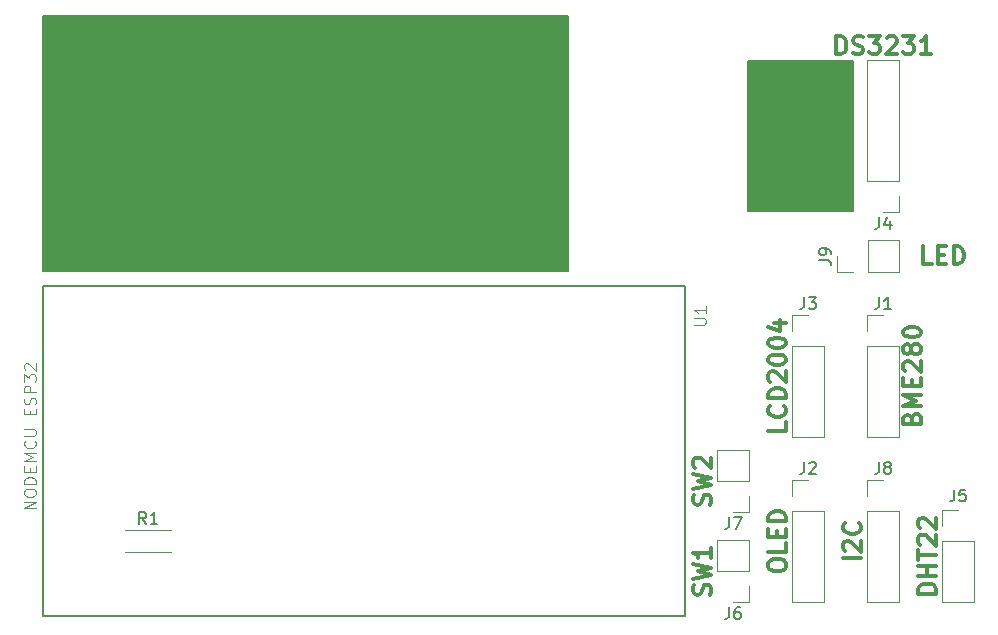
<source format=gbr>
G04 #@! TF.GenerationSoftware,KiCad,Pcbnew,(5.0.1)-4*
G04 #@! TF.CreationDate,2019-04-17T16:34:36+02:00*
G04 #@! TF.ProjectId,esp32roomlabel,6573703332726F6F6D6C6162656C2E6B,rev?*
G04 #@! TF.SameCoordinates,Original*
G04 #@! TF.FileFunction,Legend,Top*
G04 #@! TF.FilePolarity,Positive*
%FSLAX46Y46*%
G04 Gerber Fmt 4.6, Leading zero omitted, Abs format (unit mm)*
G04 Created by KiCad (PCBNEW (5.0.1)-4) date 17.04.2019 16:34:36*
%MOMM*%
%LPD*%
G01*
G04 APERTURE LIST*
%ADD10C,0.300000*%
%ADD11C,0.150000*%
%ADD12C,0.127000*%
%ADD13C,0.120000*%
%ADD14C,0.050000*%
G04 APERTURE END LIST*
D10*
X134028571Y-123384285D02*
X132528571Y-123384285D01*
X132671428Y-122741428D02*
X132600000Y-122670000D01*
X132528571Y-122527142D01*
X132528571Y-122170000D01*
X132600000Y-122027142D01*
X132671428Y-121955714D01*
X132814285Y-121884285D01*
X132957142Y-121884285D01*
X133171428Y-121955714D01*
X134028571Y-122812857D01*
X134028571Y-121884285D01*
X133885714Y-120384285D02*
X133957142Y-120455714D01*
X134028571Y-120670000D01*
X134028571Y-120812857D01*
X133957142Y-121027142D01*
X133814285Y-121170000D01*
X133671428Y-121241428D01*
X133385714Y-121312857D01*
X133171428Y-121312857D01*
X132885714Y-121241428D01*
X132742857Y-121170000D01*
X132600000Y-121027142D01*
X132528571Y-120812857D01*
X132528571Y-120670000D01*
X132600000Y-120455714D01*
X132671428Y-120384285D01*
X126178571Y-124098571D02*
X126178571Y-123812857D01*
X126250000Y-123670000D01*
X126392857Y-123527142D01*
X126678571Y-123455714D01*
X127178571Y-123455714D01*
X127464285Y-123527142D01*
X127607142Y-123670000D01*
X127678571Y-123812857D01*
X127678571Y-124098571D01*
X127607142Y-124241428D01*
X127464285Y-124384285D01*
X127178571Y-124455714D01*
X126678571Y-124455714D01*
X126392857Y-124384285D01*
X126250000Y-124241428D01*
X126178571Y-124098571D01*
X127678571Y-122098571D02*
X127678571Y-122812857D01*
X126178571Y-122812857D01*
X126892857Y-121598571D02*
X126892857Y-121098571D01*
X127678571Y-120884285D02*
X127678571Y-121598571D01*
X126178571Y-121598571D01*
X126178571Y-120884285D01*
X127678571Y-120241428D02*
X126178571Y-120241428D01*
X126178571Y-119884285D01*
X126250000Y-119670000D01*
X126392857Y-119527142D01*
X126535714Y-119455714D01*
X126821428Y-119384285D01*
X127035714Y-119384285D01*
X127321428Y-119455714D01*
X127464285Y-119527142D01*
X127607142Y-119670000D01*
X127678571Y-119884285D01*
X127678571Y-120241428D01*
X140378571Y-126368571D02*
X138878571Y-126368571D01*
X138878571Y-126011428D01*
X138950000Y-125797142D01*
X139092857Y-125654285D01*
X139235714Y-125582857D01*
X139521428Y-125511428D01*
X139735714Y-125511428D01*
X140021428Y-125582857D01*
X140164285Y-125654285D01*
X140307142Y-125797142D01*
X140378571Y-126011428D01*
X140378571Y-126368571D01*
X140378571Y-124868571D02*
X138878571Y-124868571D01*
X139592857Y-124868571D02*
X139592857Y-124011428D01*
X140378571Y-124011428D02*
X138878571Y-124011428D01*
X138878571Y-123511428D02*
X138878571Y-122654285D01*
X140378571Y-123082857D02*
X138878571Y-123082857D01*
X139021428Y-122225714D02*
X138950000Y-122154285D01*
X138878571Y-122011428D01*
X138878571Y-121654285D01*
X138950000Y-121511428D01*
X139021428Y-121440000D01*
X139164285Y-121368571D01*
X139307142Y-121368571D01*
X139521428Y-121440000D01*
X140378571Y-122297142D01*
X140378571Y-121368571D01*
X139021428Y-120797142D02*
X138950000Y-120725714D01*
X138878571Y-120582857D01*
X138878571Y-120225714D01*
X138950000Y-120082857D01*
X139021428Y-120011428D01*
X139164285Y-119940000D01*
X139307142Y-119940000D01*
X139521428Y-120011428D01*
X140378571Y-120868571D01*
X140378571Y-119940000D01*
X121257142Y-118840000D02*
X121328571Y-118625714D01*
X121328571Y-118268571D01*
X121257142Y-118125714D01*
X121185714Y-118054285D01*
X121042857Y-117982857D01*
X120900000Y-117982857D01*
X120757142Y-118054285D01*
X120685714Y-118125714D01*
X120614285Y-118268571D01*
X120542857Y-118554285D01*
X120471428Y-118697142D01*
X120400000Y-118768571D01*
X120257142Y-118840000D01*
X120114285Y-118840000D01*
X119971428Y-118768571D01*
X119900000Y-118697142D01*
X119828571Y-118554285D01*
X119828571Y-118197142D01*
X119900000Y-117982857D01*
X119828571Y-117482857D02*
X121328571Y-117125714D01*
X120257142Y-116840000D01*
X121328571Y-116554285D01*
X119828571Y-116197142D01*
X119971428Y-115697142D02*
X119900000Y-115625714D01*
X119828571Y-115482857D01*
X119828571Y-115125714D01*
X119900000Y-114982857D01*
X119971428Y-114911428D01*
X120114285Y-114840000D01*
X120257142Y-114840000D01*
X120471428Y-114911428D01*
X121328571Y-115768571D01*
X121328571Y-114840000D01*
X121257142Y-126460000D02*
X121328571Y-126245714D01*
X121328571Y-125888571D01*
X121257142Y-125745714D01*
X121185714Y-125674285D01*
X121042857Y-125602857D01*
X120900000Y-125602857D01*
X120757142Y-125674285D01*
X120685714Y-125745714D01*
X120614285Y-125888571D01*
X120542857Y-126174285D01*
X120471428Y-126317142D01*
X120400000Y-126388571D01*
X120257142Y-126460000D01*
X120114285Y-126460000D01*
X119971428Y-126388571D01*
X119900000Y-126317142D01*
X119828571Y-126174285D01*
X119828571Y-125817142D01*
X119900000Y-125602857D01*
X119828571Y-125102857D02*
X121328571Y-124745714D01*
X120257142Y-124460000D01*
X121328571Y-124174285D01*
X119828571Y-123817142D01*
X121328571Y-122460000D02*
X121328571Y-123317142D01*
X121328571Y-122888571D02*
X119828571Y-122888571D01*
X120042857Y-123031428D01*
X120185714Y-123174285D01*
X120257142Y-123317142D01*
X127678571Y-111842857D02*
X127678571Y-112557142D01*
X126178571Y-112557142D01*
X127535714Y-110485714D02*
X127607142Y-110557142D01*
X127678571Y-110771428D01*
X127678571Y-110914285D01*
X127607142Y-111128571D01*
X127464285Y-111271428D01*
X127321428Y-111342857D01*
X127035714Y-111414285D01*
X126821428Y-111414285D01*
X126535714Y-111342857D01*
X126392857Y-111271428D01*
X126250000Y-111128571D01*
X126178571Y-110914285D01*
X126178571Y-110771428D01*
X126250000Y-110557142D01*
X126321428Y-110485714D01*
X127678571Y-109842857D02*
X126178571Y-109842857D01*
X126178571Y-109485714D01*
X126250000Y-109271428D01*
X126392857Y-109128571D01*
X126535714Y-109057142D01*
X126821428Y-108985714D01*
X127035714Y-108985714D01*
X127321428Y-109057142D01*
X127464285Y-109128571D01*
X127607142Y-109271428D01*
X127678571Y-109485714D01*
X127678571Y-109842857D01*
X126321428Y-108414285D02*
X126250000Y-108342857D01*
X126178571Y-108200000D01*
X126178571Y-107842857D01*
X126250000Y-107700000D01*
X126321428Y-107628571D01*
X126464285Y-107557142D01*
X126607142Y-107557142D01*
X126821428Y-107628571D01*
X127678571Y-108485714D01*
X127678571Y-107557142D01*
X126178571Y-106628571D02*
X126178571Y-106485714D01*
X126250000Y-106342857D01*
X126321428Y-106271428D01*
X126464285Y-106200000D01*
X126750000Y-106128571D01*
X127107142Y-106128571D01*
X127392857Y-106200000D01*
X127535714Y-106271428D01*
X127607142Y-106342857D01*
X127678571Y-106485714D01*
X127678571Y-106628571D01*
X127607142Y-106771428D01*
X127535714Y-106842857D01*
X127392857Y-106914285D01*
X127107142Y-106985714D01*
X126750000Y-106985714D01*
X126464285Y-106914285D01*
X126321428Y-106842857D01*
X126250000Y-106771428D01*
X126178571Y-106628571D01*
X126178571Y-105200000D02*
X126178571Y-105057142D01*
X126250000Y-104914285D01*
X126321428Y-104842857D01*
X126464285Y-104771428D01*
X126750000Y-104700000D01*
X127107142Y-104700000D01*
X127392857Y-104771428D01*
X127535714Y-104842857D01*
X127607142Y-104914285D01*
X127678571Y-105057142D01*
X127678571Y-105200000D01*
X127607142Y-105342857D01*
X127535714Y-105414285D01*
X127392857Y-105485714D01*
X127107142Y-105557142D01*
X126750000Y-105557142D01*
X126464285Y-105485714D01*
X126321428Y-105414285D01*
X126250000Y-105342857D01*
X126178571Y-105200000D01*
X126678571Y-103414285D02*
X127678571Y-103414285D01*
X126107142Y-103771428D02*
X127178571Y-104128571D01*
X127178571Y-103200000D01*
X138322857Y-111521428D02*
X138394285Y-111307142D01*
X138465714Y-111235714D01*
X138608571Y-111164285D01*
X138822857Y-111164285D01*
X138965714Y-111235714D01*
X139037142Y-111307142D01*
X139108571Y-111450000D01*
X139108571Y-112021428D01*
X137608571Y-112021428D01*
X137608571Y-111521428D01*
X137680000Y-111378571D01*
X137751428Y-111307142D01*
X137894285Y-111235714D01*
X138037142Y-111235714D01*
X138180000Y-111307142D01*
X138251428Y-111378571D01*
X138322857Y-111521428D01*
X138322857Y-112021428D01*
X139108571Y-110521428D02*
X137608571Y-110521428D01*
X138680000Y-110021428D01*
X137608571Y-109521428D01*
X139108571Y-109521428D01*
X138322857Y-108807142D02*
X138322857Y-108307142D01*
X139108571Y-108092857D02*
X139108571Y-108807142D01*
X137608571Y-108807142D01*
X137608571Y-108092857D01*
X137751428Y-107521428D02*
X137680000Y-107450000D01*
X137608571Y-107307142D01*
X137608571Y-106950000D01*
X137680000Y-106807142D01*
X137751428Y-106735714D01*
X137894285Y-106664285D01*
X138037142Y-106664285D01*
X138251428Y-106735714D01*
X139108571Y-107592857D01*
X139108571Y-106664285D01*
X138251428Y-105807142D02*
X138180000Y-105950000D01*
X138108571Y-106021428D01*
X137965714Y-106092857D01*
X137894285Y-106092857D01*
X137751428Y-106021428D01*
X137680000Y-105950000D01*
X137608571Y-105807142D01*
X137608571Y-105521428D01*
X137680000Y-105378571D01*
X137751428Y-105307142D01*
X137894285Y-105235714D01*
X137965714Y-105235714D01*
X138108571Y-105307142D01*
X138180000Y-105378571D01*
X138251428Y-105521428D01*
X138251428Y-105807142D01*
X138322857Y-105950000D01*
X138394285Y-106021428D01*
X138537142Y-106092857D01*
X138822857Y-106092857D01*
X138965714Y-106021428D01*
X139037142Y-105950000D01*
X139108571Y-105807142D01*
X139108571Y-105521428D01*
X139037142Y-105378571D01*
X138965714Y-105307142D01*
X138822857Y-105235714D01*
X138537142Y-105235714D01*
X138394285Y-105307142D01*
X138322857Y-105378571D01*
X138251428Y-105521428D01*
X137608571Y-104307142D02*
X137608571Y-104164285D01*
X137680000Y-104021428D01*
X137751428Y-103950000D01*
X137894285Y-103878571D01*
X138180000Y-103807142D01*
X138537142Y-103807142D01*
X138822857Y-103878571D01*
X138965714Y-103950000D01*
X139037142Y-104021428D01*
X139108571Y-104164285D01*
X139108571Y-104307142D01*
X139037142Y-104450000D01*
X138965714Y-104521428D01*
X138822857Y-104592857D01*
X138537142Y-104664285D01*
X138180000Y-104664285D01*
X137894285Y-104592857D01*
X137751428Y-104521428D01*
X137680000Y-104450000D01*
X137608571Y-104307142D01*
X140005714Y-98468571D02*
X139291428Y-98468571D01*
X139291428Y-96968571D01*
X140505714Y-97682857D02*
X141005714Y-97682857D01*
X141220000Y-98468571D02*
X140505714Y-98468571D01*
X140505714Y-96968571D01*
X141220000Y-96968571D01*
X141862857Y-98468571D02*
X141862857Y-96968571D01*
X142220000Y-96968571D01*
X142434285Y-97040000D01*
X142577142Y-97182857D01*
X142648571Y-97325714D01*
X142720000Y-97611428D01*
X142720000Y-97825714D01*
X142648571Y-98111428D01*
X142577142Y-98254285D01*
X142434285Y-98397142D01*
X142220000Y-98468571D01*
X141862857Y-98468571D01*
X131925714Y-80688571D02*
X131925714Y-79188571D01*
X132282857Y-79188571D01*
X132497142Y-79260000D01*
X132640000Y-79402857D01*
X132711428Y-79545714D01*
X132782857Y-79831428D01*
X132782857Y-80045714D01*
X132711428Y-80331428D01*
X132640000Y-80474285D01*
X132497142Y-80617142D01*
X132282857Y-80688571D01*
X131925714Y-80688571D01*
X133354285Y-80617142D02*
X133568571Y-80688571D01*
X133925714Y-80688571D01*
X134068571Y-80617142D01*
X134140000Y-80545714D01*
X134211428Y-80402857D01*
X134211428Y-80260000D01*
X134140000Y-80117142D01*
X134068571Y-80045714D01*
X133925714Y-79974285D01*
X133640000Y-79902857D01*
X133497142Y-79831428D01*
X133425714Y-79760000D01*
X133354285Y-79617142D01*
X133354285Y-79474285D01*
X133425714Y-79331428D01*
X133497142Y-79260000D01*
X133640000Y-79188571D01*
X133997142Y-79188571D01*
X134211428Y-79260000D01*
X134711428Y-79188571D02*
X135640000Y-79188571D01*
X135140000Y-79760000D01*
X135354285Y-79760000D01*
X135497142Y-79831428D01*
X135568571Y-79902857D01*
X135640000Y-80045714D01*
X135640000Y-80402857D01*
X135568571Y-80545714D01*
X135497142Y-80617142D01*
X135354285Y-80688571D01*
X134925714Y-80688571D01*
X134782857Y-80617142D01*
X134711428Y-80545714D01*
X136211428Y-79331428D02*
X136282857Y-79260000D01*
X136425714Y-79188571D01*
X136782857Y-79188571D01*
X136925714Y-79260000D01*
X136997142Y-79331428D01*
X137068571Y-79474285D01*
X137068571Y-79617142D01*
X136997142Y-79831428D01*
X136140000Y-80688571D01*
X137068571Y-80688571D01*
X137568571Y-79188571D02*
X138497142Y-79188571D01*
X137997142Y-79760000D01*
X138211428Y-79760000D01*
X138354285Y-79831428D01*
X138425714Y-79902857D01*
X138497142Y-80045714D01*
X138497142Y-80402857D01*
X138425714Y-80545714D01*
X138354285Y-80617142D01*
X138211428Y-80688571D01*
X137782857Y-80688571D01*
X137640000Y-80617142D01*
X137568571Y-80545714D01*
X139925714Y-80688571D02*
X139068571Y-80688571D01*
X139497142Y-80688571D02*
X139497142Y-79188571D01*
X139354285Y-79402857D01*
X139211428Y-79545714D01*
X139068571Y-79617142D01*
D11*
G36*
X133350000Y-81280000D02*
X124460000Y-81280000D01*
X124460000Y-93980000D01*
X133350000Y-93980000D01*
X133350000Y-81280000D01*
G37*
X133350000Y-81280000D02*
X124460000Y-81280000D01*
X124460000Y-93980000D01*
X133350000Y-93980000D01*
X133350000Y-81280000D01*
G36*
X64770000Y-99060000D02*
X109220000Y-99060000D01*
X109220000Y-77470000D01*
X64770000Y-77470000D01*
X64770000Y-99060000D01*
G37*
X64770000Y-99060000D02*
X109220000Y-99060000D01*
X109220000Y-77470000D01*
X64770000Y-77470000D01*
X64770000Y-99060000D01*
D12*
G04 #@! TO.C,U1*
X64750000Y-128250000D02*
X64750000Y-100350000D01*
X119150000Y-128250000D02*
X64750000Y-128250000D01*
X119150000Y-100350000D02*
X119150000Y-128250000D01*
X64750000Y-100350000D02*
X119150000Y-100350000D01*
D13*
G04 #@! TO.C,J1*
X134560000Y-102810000D02*
X135890000Y-102810000D01*
X134560000Y-104140000D02*
X134560000Y-102810000D01*
X134560000Y-105410000D02*
X137220000Y-105410000D01*
X137220000Y-105410000D02*
X137220000Y-113090000D01*
X134560000Y-105410000D02*
X134560000Y-113090000D01*
X134560000Y-113090000D02*
X137220000Y-113090000D01*
G04 #@! TO.C,J2*
X128210000Y-116780000D02*
X129540000Y-116780000D01*
X128210000Y-118110000D02*
X128210000Y-116780000D01*
X128210000Y-119380000D02*
X130870000Y-119380000D01*
X130870000Y-119380000D02*
X130870000Y-127060000D01*
X128210000Y-119380000D02*
X128210000Y-127060000D01*
X128210000Y-127060000D02*
X130870000Y-127060000D01*
G04 #@! TO.C,J3*
X128210000Y-102810000D02*
X129540000Y-102810000D01*
X128210000Y-104140000D02*
X128210000Y-102810000D01*
X128210000Y-105410000D02*
X130870000Y-105410000D01*
X130870000Y-105410000D02*
X130870000Y-113090000D01*
X128210000Y-105410000D02*
X128210000Y-113090000D01*
X128210000Y-113090000D02*
X130870000Y-113090000D01*
G04 #@! TO.C,J4*
X137220000Y-94040000D02*
X135890000Y-94040000D01*
X137220000Y-92710000D02*
X137220000Y-94040000D01*
X137220000Y-91440000D02*
X134560000Y-91440000D01*
X134560000Y-91440000D02*
X134560000Y-81220000D01*
X137220000Y-91440000D02*
X137220000Y-81220000D01*
X137220000Y-81220000D02*
X134560000Y-81220000D01*
G04 #@! TO.C,J5*
X140910000Y-119320000D02*
X142240000Y-119320000D01*
X140910000Y-120650000D02*
X140910000Y-119320000D01*
X140910000Y-121920000D02*
X143570000Y-121920000D01*
X143570000Y-121920000D02*
X143570000Y-127060000D01*
X140910000Y-121920000D02*
X140910000Y-127060000D01*
X140910000Y-127060000D02*
X143570000Y-127060000D01*
G04 #@! TO.C,J6*
X124520000Y-127060000D02*
X123190000Y-127060000D01*
X124520000Y-125730000D02*
X124520000Y-127060000D01*
X124520000Y-124460000D02*
X121860000Y-124460000D01*
X121860000Y-124460000D02*
X121860000Y-121860000D01*
X124520000Y-124460000D02*
X124520000Y-121860000D01*
X124520000Y-121860000D02*
X121860000Y-121860000D01*
G04 #@! TO.C,J7*
X124520000Y-119440000D02*
X123190000Y-119440000D01*
X124520000Y-118110000D02*
X124520000Y-119440000D01*
X124520000Y-116840000D02*
X121860000Y-116840000D01*
X121860000Y-116840000D02*
X121860000Y-114240000D01*
X124520000Y-116840000D02*
X124520000Y-114240000D01*
X124520000Y-114240000D02*
X121860000Y-114240000D01*
G04 #@! TO.C,J8*
X134560000Y-116780000D02*
X135890000Y-116780000D01*
X134560000Y-118110000D02*
X134560000Y-116780000D01*
X134560000Y-119380000D02*
X137220000Y-119380000D01*
X137220000Y-119380000D02*
X137220000Y-127060000D01*
X134560000Y-119380000D02*
X134560000Y-127060000D01*
X134560000Y-127060000D02*
X137220000Y-127060000D01*
G04 #@! TO.C,J9*
X132020000Y-99120000D02*
X132020000Y-97790000D01*
X133350000Y-99120000D02*
X132020000Y-99120000D01*
X134620000Y-99120000D02*
X134620000Y-96460000D01*
X134620000Y-96460000D02*
X137220000Y-96460000D01*
X134620000Y-99120000D02*
X137220000Y-99120000D01*
X137220000Y-99120000D02*
X137220000Y-96460000D01*
G04 #@! TO.C,R1*
X71740000Y-122840000D02*
X75580000Y-122840000D01*
X71740000Y-121000000D02*
X75580000Y-121000000D01*
G04 #@! TO.C,U1*
D14*
X119898167Y-103597801D02*
X120708006Y-103597801D01*
X120803282Y-103550164D01*
X120850919Y-103502526D01*
X120898557Y-103407251D01*
X120898557Y-103216700D01*
X120850919Y-103121425D01*
X120803282Y-103073788D01*
X120708006Y-103026150D01*
X119898167Y-103026150D01*
X120898557Y-102025760D02*
X120898557Y-102597411D01*
X120898557Y-102311586D02*
X119898167Y-102311586D01*
X120041080Y-102406861D01*
X120136355Y-102502136D01*
X120183993Y-102597411D01*
X64158355Y-119155472D02*
X63157305Y-119155472D01*
X64158355Y-118583444D01*
X63157305Y-118583444D01*
X63157305Y-117916077D02*
X63157305Y-117725401D01*
X63204975Y-117630063D01*
X63300313Y-117534725D01*
X63490989Y-117487055D01*
X63824672Y-117487055D01*
X64015348Y-117534725D01*
X64110686Y-117630063D01*
X64158355Y-117725401D01*
X64158355Y-117916077D01*
X64110686Y-118011415D01*
X64015348Y-118106753D01*
X63824672Y-118154422D01*
X63490989Y-118154422D01*
X63300313Y-118106753D01*
X63204975Y-118011415D01*
X63157305Y-117916077D01*
X64158355Y-117058034D02*
X63157305Y-117058034D01*
X63157305Y-116819689D01*
X63204975Y-116676682D01*
X63300313Y-116581344D01*
X63395651Y-116533675D01*
X63586327Y-116486005D01*
X63729334Y-116486005D01*
X63920010Y-116533675D01*
X64015348Y-116581344D01*
X64110686Y-116676682D01*
X64158355Y-116819689D01*
X64158355Y-117058034D01*
X63633996Y-116056984D02*
X63633996Y-115723301D01*
X64158355Y-115580294D02*
X64158355Y-116056984D01*
X63157305Y-116056984D01*
X63157305Y-115580294D01*
X64158355Y-115151272D02*
X63157305Y-115151272D01*
X63872341Y-114817589D01*
X63157305Y-114483905D01*
X64158355Y-114483905D01*
X64063017Y-113435186D02*
X64110686Y-113482855D01*
X64158355Y-113625863D01*
X64158355Y-113721201D01*
X64110686Y-113864208D01*
X64015348Y-113959546D01*
X63920010Y-114007215D01*
X63729334Y-114054884D01*
X63586327Y-114054884D01*
X63395651Y-114007215D01*
X63300313Y-113959546D01*
X63204975Y-113864208D01*
X63157305Y-113721201D01*
X63157305Y-113625863D01*
X63204975Y-113482855D01*
X63252644Y-113435186D01*
X63157305Y-113006165D02*
X63967679Y-113006165D01*
X64063017Y-112958496D01*
X64110686Y-112910827D01*
X64158355Y-112815489D01*
X64158355Y-112624813D01*
X64110686Y-112529475D01*
X64063017Y-112481805D01*
X63967679Y-112434136D01*
X63157305Y-112434136D01*
X63633996Y-111194741D02*
X63633996Y-110861058D01*
X64158355Y-110718051D02*
X64158355Y-111194741D01*
X63157305Y-111194741D01*
X63157305Y-110718051D01*
X64110686Y-110336698D02*
X64158355Y-110193691D01*
X64158355Y-109955346D01*
X64110686Y-109860008D01*
X64063017Y-109812339D01*
X63967679Y-109764670D01*
X63872341Y-109764670D01*
X63777003Y-109812339D01*
X63729334Y-109860008D01*
X63681665Y-109955346D01*
X63633996Y-110146022D01*
X63586327Y-110241360D01*
X63538658Y-110289029D01*
X63443320Y-110336698D01*
X63347982Y-110336698D01*
X63252644Y-110289029D01*
X63204975Y-110241360D01*
X63157305Y-110146022D01*
X63157305Y-109907677D01*
X63204975Y-109764670D01*
X64158355Y-109335648D02*
X63157305Y-109335648D01*
X63157305Y-108954296D01*
X63204975Y-108858958D01*
X63252644Y-108811289D01*
X63347982Y-108763620D01*
X63490989Y-108763620D01*
X63586327Y-108811289D01*
X63633996Y-108858958D01*
X63681665Y-108954296D01*
X63681665Y-109335648D01*
X63157305Y-108429936D02*
X63157305Y-107810239D01*
X63538658Y-108143922D01*
X63538658Y-108000915D01*
X63586327Y-107905577D01*
X63633996Y-107857908D01*
X63729334Y-107810239D01*
X63967679Y-107810239D01*
X64063017Y-107857908D01*
X64110686Y-107905577D01*
X64158355Y-108000915D01*
X64158355Y-108286929D01*
X64110686Y-108382267D01*
X64063017Y-108429936D01*
X63252644Y-107428886D02*
X63204975Y-107381217D01*
X63157305Y-107285879D01*
X63157305Y-107047534D01*
X63204975Y-106952196D01*
X63252644Y-106904527D01*
X63347982Y-106856858D01*
X63443320Y-106856858D01*
X63586327Y-106904527D01*
X64158355Y-107476555D01*
X64158355Y-106856858D01*
G04 #@! TO.C,J1*
D11*
X135556666Y-101262380D02*
X135556666Y-101976666D01*
X135509047Y-102119523D01*
X135413809Y-102214761D01*
X135270952Y-102262380D01*
X135175714Y-102262380D01*
X136556666Y-102262380D02*
X135985238Y-102262380D01*
X136270952Y-102262380D02*
X136270952Y-101262380D01*
X136175714Y-101405238D01*
X136080476Y-101500476D01*
X135985238Y-101548095D01*
G04 #@! TO.C,J2*
X129206666Y-115232380D02*
X129206666Y-115946666D01*
X129159047Y-116089523D01*
X129063809Y-116184761D01*
X128920952Y-116232380D01*
X128825714Y-116232380D01*
X129635238Y-115327619D02*
X129682857Y-115280000D01*
X129778095Y-115232380D01*
X130016190Y-115232380D01*
X130111428Y-115280000D01*
X130159047Y-115327619D01*
X130206666Y-115422857D01*
X130206666Y-115518095D01*
X130159047Y-115660952D01*
X129587619Y-116232380D01*
X130206666Y-116232380D01*
G04 #@! TO.C,J3*
X129206666Y-101262380D02*
X129206666Y-101976666D01*
X129159047Y-102119523D01*
X129063809Y-102214761D01*
X128920952Y-102262380D01*
X128825714Y-102262380D01*
X129587619Y-101262380D02*
X130206666Y-101262380D01*
X129873333Y-101643333D01*
X130016190Y-101643333D01*
X130111428Y-101690952D01*
X130159047Y-101738571D01*
X130206666Y-101833809D01*
X130206666Y-102071904D01*
X130159047Y-102167142D01*
X130111428Y-102214761D01*
X130016190Y-102262380D01*
X129730476Y-102262380D01*
X129635238Y-102214761D01*
X129587619Y-102167142D01*
G04 #@! TO.C,J4*
X135556666Y-94492380D02*
X135556666Y-95206666D01*
X135509047Y-95349523D01*
X135413809Y-95444761D01*
X135270952Y-95492380D01*
X135175714Y-95492380D01*
X136461428Y-94825714D02*
X136461428Y-95492380D01*
X136223333Y-94444761D02*
X135985238Y-95159047D01*
X136604285Y-95159047D01*
G04 #@! TO.C,J5*
X141906666Y-117562380D02*
X141906666Y-118276666D01*
X141859047Y-118419523D01*
X141763809Y-118514761D01*
X141620952Y-118562380D01*
X141525714Y-118562380D01*
X142859047Y-117562380D02*
X142382857Y-117562380D01*
X142335238Y-118038571D01*
X142382857Y-117990952D01*
X142478095Y-117943333D01*
X142716190Y-117943333D01*
X142811428Y-117990952D01*
X142859047Y-118038571D01*
X142906666Y-118133809D01*
X142906666Y-118371904D01*
X142859047Y-118467142D01*
X142811428Y-118514761D01*
X142716190Y-118562380D01*
X142478095Y-118562380D01*
X142382857Y-118514761D01*
X142335238Y-118467142D01*
G04 #@! TO.C,J6*
X122856666Y-127512380D02*
X122856666Y-128226666D01*
X122809047Y-128369523D01*
X122713809Y-128464761D01*
X122570952Y-128512380D01*
X122475714Y-128512380D01*
X123761428Y-127512380D02*
X123570952Y-127512380D01*
X123475714Y-127560000D01*
X123428095Y-127607619D01*
X123332857Y-127750476D01*
X123285238Y-127940952D01*
X123285238Y-128321904D01*
X123332857Y-128417142D01*
X123380476Y-128464761D01*
X123475714Y-128512380D01*
X123666190Y-128512380D01*
X123761428Y-128464761D01*
X123809047Y-128417142D01*
X123856666Y-128321904D01*
X123856666Y-128083809D01*
X123809047Y-127988571D01*
X123761428Y-127940952D01*
X123666190Y-127893333D01*
X123475714Y-127893333D01*
X123380476Y-127940952D01*
X123332857Y-127988571D01*
X123285238Y-128083809D01*
G04 #@! TO.C,J7*
X122856666Y-119892380D02*
X122856666Y-120606666D01*
X122809047Y-120749523D01*
X122713809Y-120844761D01*
X122570952Y-120892380D01*
X122475714Y-120892380D01*
X123237619Y-119892380D02*
X123904285Y-119892380D01*
X123475714Y-120892380D01*
G04 #@! TO.C,J8*
X135556666Y-115232380D02*
X135556666Y-115946666D01*
X135509047Y-116089523D01*
X135413809Y-116184761D01*
X135270952Y-116232380D01*
X135175714Y-116232380D01*
X136175714Y-115660952D02*
X136080476Y-115613333D01*
X136032857Y-115565714D01*
X135985238Y-115470476D01*
X135985238Y-115422857D01*
X136032857Y-115327619D01*
X136080476Y-115280000D01*
X136175714Y-115232380D01*
X136366190Y-115232380D01*
X136461428Y-115280000D01*
X136509047Y-115327619D01*
X136556666Y-115422857D01*
X136556666Y-115470476D01*
X136509047Y-115565714D01*
X136461428Y-115613333D01*
X136366190Y-115660952D01*
X136175714Y-115660952D01*
X136080476Y-115708571D01*
X136032857Y-115756190D01*
X135985238Y-115851428D01*
X135985238Y-116041904D01*
X136032857Y-116137142D01*
X136080476Y-116184761D01*
X136175714Y-116232380D01*
X136366190Y-116232380D01*
X136461428Y-116184761D01*
X136509047Y-116137142D01*
X136556666Y-116041904D01*
X136556666Y-115851428D01*
X136509047Y-115756190D01*
X136461428Y-115708571D01*
X136366190Y-115660952D01*
G04 #@! TO.C,J9*
X130472380Y-98123333D02*
X131186666Y-98123333D01*
X131329523Y-98170952D01*
X131424761Y-98266190D01*
X131472380Y-98409047D01*
X131472380Y-98504285D01*
X131472380Y-97599523D02*
X131472380Y-97409047D01*
X131424761Y-97313809D01*
X131377142Y-97266190D01*
X131234285Y-97170952D01*
X131043809Y-97123333D01*
X130662857Y-97123333D01*
X130567619Y-97170952D01*
X130520000Y-97218571D01*
X130472380Y-97313809D01*
X130472380Y-97504285D01*
X130520000Y-97599523D01*
X130567619Y-97647142D01*
X130662857Y-97694761D01*
X130900952Y-97694761D01*
X130996190Y-97647142D01*
X131043809Y-97599523D01*
X131091428Y-97504285D01*
X131091428Y-97313809D01*
X131043809Y-97218571D01*
X130996190Y-97170952D01*
X130900952Y-97123333D01*
G04 #@! TO.C,R1*
X73493333Y-120452380D02*
X73160000Y-119976190D01*
X72921904Y-120452380D02*
X72921904Y-119452380D01*
X73302857Y-119452380D01*
X73398095Y-119500000D01*
X73445714Y-119547619D01*
X73493333Y-119642857D01*
X73493333Y-119785714D01*
X73445714Y-119880952D01*
X73398095Y-119928571D01*
X73302857Y-119976190D01*
X72921904Y-119976190D01*
X74445714Y-120452380D02*
X73874285Y-120452380D01*
X74160000Y-120452380D02*
X74160000Y-119452380D01*
X74064761Y-119595238D01*
X73969523Y-119690476D01*
X73874285Y-119738095D01*
G04 #@! TD*
M02*

</source>
